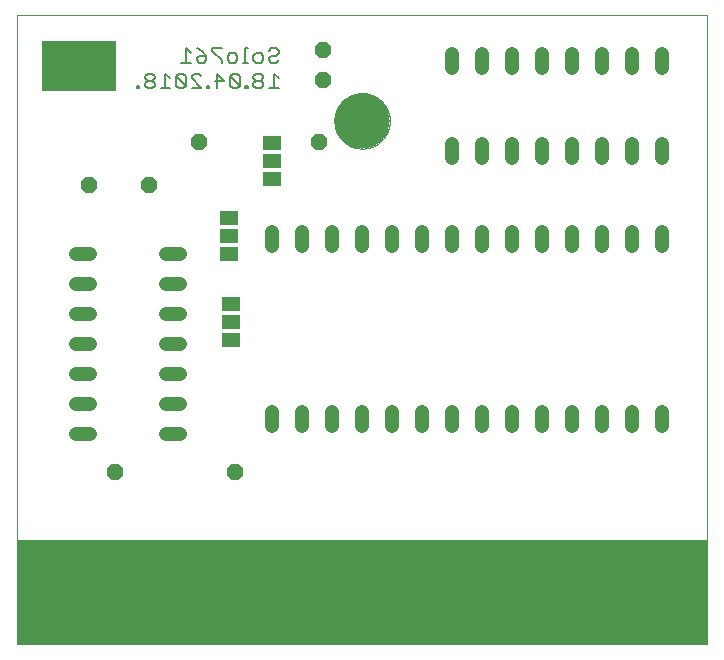
<source format=gbs>
G75*
%MOIN*%
%OFA0B0*%
%FSLAX24Y24*%
%IPPOS*%
%LPD*%
%AMOC8*
5,1,8,0,0,1.08239X$1,22.5*
%
%ADD10C,0.0000*%
%ADD11C,0.1850*%
%ADD12R,2.3000X0.3500*%
%ADD13C,0.0080*%
%ADD14R,0.2500X0.1688*%
%ADD15OC8,0.0560*%
%ADD16C,0.0480*%
%ADD17R,0.0748X0.3150*%
%ADD18R,0.0630X0.0460*%
D10*
X000100Y000100D02*
X000100Y021060D01*
X023100Y021060D01*
X023100Y000100D01*
X000100Y000100D01*
X010671Y017547D02*
X010673Y017607D01*
X010679Y017668D01*
X010689Y017727D01*
X010703Y017786D01*
X010720Y017844D01*
X010741Y017901D01*
X010766Y017956D01*
X010795Y018009D01*
X010827Y018061D01*
X010862Y018110D01*
X010901Y018157D01*
X010942Y018201D01*
X010986Y018242D01*
X011033Y018281D01*
X011082Y018316D01*
X011133Y018348D01*
X011187Y018377D01*
X011242Y018402D01*
X011299Y018423D01*
X011357Y018440D01*
X011416Y018454D01*
X011475Y018464D01*
X011536Y018470D01*
X011596Y018472D01*
X011656Y018470D01*
X011717Y018464D01*
X011776Y018454D01*
X011835Y018440D01*
X011893Y018423D01*
X011950Y018402D01*
X012005Y018377D01*
X012058Y018348D01*
X012110Y018316D01*
X012159Y018281D01*
X012206Y018242D01*
X012250Y018201D01*
X012291Y018157D01*
X012330Y018110D01*
X012365Y018061D01*
X012397Y018010D01*
X012426Y017956D01*
X012451Y017901D01*
X012472Y017844D01*
X012489Y017786D01*
X012503Y017727D01*
X012513Y017668D01*
X012519Y017607D01*
X012521Y017547D01*
X012519Y017487D01*
X012513Y017426D01*
X012503Y017367D01*
X012489Y017308D01*
X012472Y017250D01*
X012451Y017193D01*
X012426Y017138D01*
X012397Y017085D01*
X012365Y017033D01*
X012330Y016984D01*
X012291Y016937D01*
X012250Y016893D01*
X012206Y016852D01*
X012159Y016813D01*
X012110Y016778D01*
X012059Y016746D01*
X012005Y016717D01*
X011950Y016692D01*
X011893Y016671D01*
X011835Y016654D01*
X011776Y016640D01*
X011717Y016630D01*
X011656Y016624D01*
X011596Y016622D01*
X011536Y016624D01*
X011475Y016630D01*
X011416Y016640D01*
X011357Y016654D01*
X011299Y016671D01*
X011242Y016692D01*
X011187Y016717D01*
X011134Y016746D01*
X011082Y016778D01*
X011033Y016813D01*
X010986Y016852D01*
X010942Y016893D01*
X010901Y016937D01*
X010862Y016984D01*
X010827Y017033D01*
X010795Y017084D01*
X010766Y017138D01*
X010741Y017193D01*
X010720Y017250D01*
X010703Y017308D01*
X010689Y017367D01*
X010679Y017426D01*
X010673Y017487D01*
X010671Y017547D01*
D11*
X011596Y017547D03*
D12*
X011600Y001850D03*
D13*
X008810Y018640D02*
X008490Y018640D01*
X008650Y018640D02*
X008650Y019120D01*
X008810Y018960D01*
X008294Y018960D02*
X008294Y019040D01*
X008214Y019120D01*
X008054Y019120D01*
X007974Y019040D01*
X007974Y018960D01*
X008054Y018880D01*
X008214Y018880D01*
X008294Y018960D01*
X008214Y018880D02*
X008294Y018800D01*
X008294Y018720D01*
X008214Y018640D01*
X008054Y018640D01*
X007974Y018720D01*
X007974Y018800D01*
X008054Y018880D01*
X007779Y018720D02*
X007699Y018720D01*
X007699Y018640D01*
X007779Y018640D01*
X007779Y018720D01*
X007521Y018720D02*
X007521Y019040D01*
X007441Y019120D01*
X007281Y019120D01*
X007201Y019040D01*
X007521Y018720D01*
X007441Y018640D01*
X007281Y018640D01*
X007201Y018720D01*
X007201Y019040D01*
X007005Y018880D02*
X006685Y018880D01*
X006490Y018720D02*
X006410Y018720D01*
X006410Y018640D01*
X006490Y018640D01*
X006490Y018720D01*
X006232Y018640D02*
X005912Y018960D01*
X005912Y019040D01*
X005992Y019120D01*
X006152Y019120D01*
X006232Y019040D01*
X006232Y018640D02*
X005912Y018640D01*
X005716Y018720D02*
X005716Y019040D01*
X005636Y019120D01*
X005476Y019120D01*
X005396Y019040D01*
X005716Y018720D01*
X005636Y018640D01*
X005476Y018640D01*
X005396Y018720D01*
X005396Y019040D01*
X005201Y018960D02*
X005040Y019120D01*
X005040Y018640D01*
X004880Y018640D02*
X005201Y018640D01*
X004685Y018720D02*
X004685Y018800D01*
X004605Y018880D01*
X004445Y018880D01*
X004365Y018800D01*
X004365Y018720D01*
X004445Y018640D01*
X004605Y018640D01*
X004685Y018720D01*
X004605Y018880D02*
X004685Y018960D01*
X004685Y019040D01*
X004605Y019120D01*
X004445Y019120D01*
X004365Y019040D01*
X004365Y018960D01*
X004445Y018880D01*
X004169Y018720D02*
X004089Y018720D01*
X004089Y018640D01*
X004169Y018640D01*
X004169Y018720D01*
X005568Y019480D02*
X005888Y019480D01*
X005728Y019480D02*
X005728Y019960D01*
X005888Y019800D01*
X006083Y019640D02*
X006163Y019720D01*
X006404Y019720D01*
X006404Y019560D01*
X006324Y019480D01*
X006163Y019480D01*
X006083Y019560D01*
X006083Y019640D01*
X006244Y019880D02*
X006404Y019720D01*
X006244Y019880D02*
X006083Y019960D01*
X006599Y019960D02*
X006599Y019880D01*
X006919Y019560D01*
X006919Y019480D01*
X007115Y019560D02*
X007115Y019720D01*
X007195Y019800D01*
X007355Y019800D01*
X007435Y019720D01*
X007435Y019560D01*
X007355Y019480D01*
X007195Y019480D01*
X007115Y019560D01*
X006919Y019960D02*
X006599Y019960D01*
X006765Y019120D02*
X007005Y018880D01*
X006765Y018640D02*
X006765Y019120D01*
X007619Y019480D02*
X007779Y019480D01*
X007699Y019480D02*
X007699Y019960D01*
X007779Y019960D01*
X007974Y019720D02*
X008054Y019800D01*
X008214Y019800D01*
X008294Y019720D01*
X008294Y019560D01*
X008214Y019480D01*
X008054Y019480D01*
X007974Y019560D01*
X007974Y019720D01*
X008490Y019640D02*
X008490Y019560D01*
X008570Y019480D01*
X008730Y019480D01*
X008810Y019560D01*
X008730Y019720D02*
X008570Y019720D01*
X008490Y019640D01*
X008490Y019880D02*
X008570Y019960D01*
X008730Y019960D01*
X008810Y019880D01*
X008810Y019800D01*
X008730Y019720D01*
D14*
X002163Y019381D03*
D15*
X006163Y016850D03*
X004475Y015413D03*
X002475Y015413D03*
X010163Y016850D03*
X010288Y018913D03*
X010288Y019913D03*
X007350Y005850D03*
X003350Y005850D03*
D16*
X002528Y007100D02*
X002048Y007100D01*
X002048Y008100D02*
X002528Y008100D01*
X002528Y009100D02*
X002048Y009100D01*
X002048Y010100D02*
X002528Y010100D01*
X002528Y011100D02*
X002048Y011100D01*
X002048Y012100D02*
X002528Y012100D01*
X002528Y013100D02*
X002048Y013100D01*
X005048Y013100D02*
X005528Y013100D01*
X005528Y012100D02*
X005048Y012100D01*
X005048Y011100D02*
X005528Y011100D01*
X005528Y010100D02*
X005048Y010100D01*
X005048Y009100D02*
X005528Y009100D01*
X005528Y008100D02*
X005048Y008100D01*
X005048Y007100D02*
X005528Y007100D01*
X008600Y007360D02*
X008600Y007840D01*
X009600Y007840D02*
X009600Y007360D01*
X010600Y007360D02*
X010600Y007840D01*
X011600Y007840D02*
X011600Y007360D01*
X012600Y007360D02*
X012600Y007840D01*
X013600Y007840D02*
X013600Y007360D01*
X014600Y007360D02*
X014600Y007840D01*
X015600Y007840D02*
X015600Y007360D01*
X016600Y007360D02*
X016600Y007840D01*
X017600Y007840D02*
X017600Y007360D01*
X018600Y007360D02*
X018600Y007840D01*
X019600Y007840D02*
X019600Y007360D01*
X020600Y007360D02*
X020600Y007840D01*
X021600Y007840D02*
X021600Y007360D01*
X021600Y013360D02*
X021600Y013840D01*
X020600Y013840D02*
X020600Y013360D01*
X019600Y013360D02*
X019600Y013840D01*
X018600Y013840D02*
X018600Y013360D01*
X017600Y013360D02*
X017600Y013840D01*
X016600Y013840D02*
X016600Y013360D01*
X015600Y013360D02*
X015600Y013840D01*
X014600Y013840D02*
X014600Y013360D01*
X013600Y013360D02*
X013600Y013840D01*
X012600Y013840D02*
X012600Y013360D01*
X011600Y013360D02*
X011600Y013840D01*
X010600Y013840D02*
X010600Y013360D01*
X009600Y013360D02*
X009600Y013840D01*
X008600Y013840D02*
X008600Y013360D01*
X014600Y016298D02*
X014600Y016778D01*
X015600Y016778D02*
X015600Y016298D01*
X016600Y016298D02*
X016600Y016778D01*
X017600Y016778D02*
X017600Y016298D01*
X018600Y016298D02*
X018600Y016778D01*
X019600Y016778D02*
X019600Y016298D01*
X020600Y016298D02*
X020600Y016778D01*
X021600Y016778D02*
X021600Y016298D01*
X021600Y019298D02*
X021600Y019778D01*
X020600Y019778D02*
X020600Y019298D01*
X019600Y019298D02*
X019600Y019778D01*
X018600Y019778D02*
X018600Y019298D01*
X017600Y019298D02*
X017600Y019778D01*
X016600Y019778D02*
X016600Y019298D01*
X015600Y019298D02*
X015600Y019778D01*
X014600Y019778D02*
X014600Y019298D01*
D17*
X014100Y001913D03*
X013100Y001913D03*
X012100Y001913D03*
X011100Y001913D03*
X010100Y001913D03*
X009100Y001913D03*
X008100Y001913D03*
X007100Y001913D03*
X006100Y001913D03*
X005100Y001913D03*
X004100Y001913D03*
X003100Y001913D03*
X002100Y001913D03*
X001100Y001913D03*
X015100Y001913D03*
X016100Y001913D03*
X017100Y001913D03*
X018100Y001913D03*
X019100Y001913D03*
X020100Y001913D03*
X021100Y001913D03*
X022100Y001913D03*
D18*
X007225Y010250D03*
X007225Y010850D03*
X007225Y011450D03*
X007163Y013125D03*
X007163Y013725D03*
X007163Y014325D03*
X008600Y015625D03*
X008600Y016225D03*
X008600Y016825D03*
M02*

</source>
